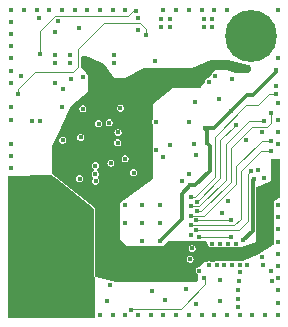
<source format=gbr>
%TF.GenerationSoftware,KiCad,Pcbnew,9.0.6-rc1*%
%TF.CreationDate,2025-12-21T23:59:12+01:00*%
%TF.ProjectId,PCB_PAPI,5043425f-5041-4504-992e-6b696361645f,rev?*%
%TF.SameCoordinates,Original*%
%TF.FileFunction,Copper,L3,Inr*%
%TF.FilePolarity,Positive*%
%FSLAX46Y46*%
G04 Gerber Fmt 4.6, Leading zero omitted, Abs format (unit mm)*
G04 Created by KiCad (PCBNEW 9.0.6-rc1) date 2025-12-21 23:59:12*
%MOMM*%
%LPD*%
G01*
G04 APERTURE LIST*
%TA.AperFunction,ComponentPad*%
%ADD10C,0.700000*%
%TD*%
%TA.AperFunction,ComponentPad*%
%ADD11C,4.400000*%
%TD*%
%TA.AperFunction,ViaPad*%
%ADD12C,0.400000*%
%TD*%
%TA.AperFunction,Conductor*%
%ADD13C,0.300000*%
%TD*%
%TA.AperFunction,Conductor*%
%ADD14C,0.120000*%
%TD*%
G04 APERTURE END LIST*
D10*
%TO.N,GND*%
%TO.C,H2*%
X156650000Y-86125000D03*
X157133274Y-84958274D03*
X157133274Y-87291726D03*
X158300000Y-84475000D03*
D11*
X158300000Y-86125000D03*
D10*
X158300000Y-87775000D03*
X159466726Y-84958274D03*
X159466726Y-87291726D03*
X159950000Y-86125000D03*
%TD*%
%TO.N,GND*%
%TO.C,H1*%
X174675000Y-64650000D03*
X175158274Y-63483274D03*
X175158274Y-65816726D03*
X176325000Y-63000000D03*
D11*
X176325000Y-64650000D03*
D10*
X176325000Y-66300000D03*
X177491726Y-63483274D03*
X177491726Y-65816726D03*
X177975000Y-64650000D03*
%TD*%
D12*
%TO.N,+3.3V*%
X178150000Y-78125000D03*
%TO.N,GND*%
X163150000Y-76950000D03*
X162075000Y-70825000D03*
X162100000Y-68150000D03*
X163400000Y-72075000D03*
X168225000Y-66750000D03*
X171325000Y-82650000D03*
X160375000Y-73475000D03*
X161800000Y-76750000D03*
X178415000Y-67505000D03*
X164450000Y-75425000D03*
X165650000Y-75050000D03*
X170800000Y-86107500D03*
X173650000Y-87075000D03*
X173675000Y-85325000D03*
X173875000Y-79650000D03*
X176575000Y-76750000D03*
X177425000Y-76650000D03*
X176925000Y-76025000D03*
X175900000Y-73500000D03*
X173575000Y-69975000D03*
X161900000Y-73247000D03*
X160375000Y-69125000D03*
X158950000Y-79500000D03*
X159000000Y-78025000D03*
X157825000Y-77175000D03*
X157625000Y-81000000D03*
X162225000Y-82475000D03*
X162700000Y-79600000D03*
X160325000Y-81175000D03*
X160775000Y-83600000D03*
X162500000Y-86550000D03*
X164150000Y-87075000D03*
X171650000Y-87375000D03*
X169050000Y-87000000D03*
X167950000Y-86250000D03*
X164375000Y-85775000D03*
X171450000Y-73800000D03*
X169425000Y-73925000D03*
X168250000Y-71900000D03*
X168300000Y-74325000D03*
X167120000Y-81980000D03*
X168620000Y-80480000D03*
X167120000Y-80480000D03*
X165620000Y-80480000D03*
X168620000Y-78980000D03*
X167120000Y-78980000D03*
X165620000Y-78980000D03*
X168620000Y-81980000D03*
X171175000Y-77275000D03*
X171100000Y-76375000D03*
X172800000Y-75225000D03*
X177200000Y-72775000D03*
X174700000Y-68300000D03*
X176175000Y-69650000D03*
X174600000Y-71050000D03*
X171575000Y-70275000D03*
X171050000Y-71900000D03*
X172375000Y-72492000D03*
X172600000Y-73742000D03*
X171675000Y-74717000D03*
X161075000Y-68275000D03*
X160350000Y-70650000D03*
X159750000Y-68625000D03*
X156850000Y-68075000D03*
X158350000Y-63100000D03*
X161750000Y-64025000D03*
X160000000Y-63400000D03*
X166725000Y-64150000D03*
X166750000Y-63175000D03*
X172325000Y-63900000D03*
X173025000Y-63200000D03*
X172325000Y-63200000D03*
X168725000Y-63900000D03*
X169425000Y-63200000D03*
X168725000Y-63200000D03*
X169425000Y-63900000D03*
X173025000Y-63900000D03*
X178575000Y-66561000D03*
X178575000Y-71731000D03*
X178575000Y-72765000D03*
X178575000Y-73799000D03*
X178575000Y-78969000D03*
X178575000Y-80003000D03*
X178575000Y-81037000D03*
X178575000Y-82071000D03*
X178575000Y-83105000D03*
X178575000Y-84139000D03*
X178575000Y-85173000D03*
X178575000Y-86207000D03*
X178575000Y-87241000D03*
X178575000Y-88275000D03*
X156000000Y-63459000D03*
X156000000Y-64493000D03*
X156000000Y-65527000D03*
X156000000Y-66561000D03*
X156000000Y-67595000D03*
X156000000Y-68629000D03*
X156000000Y-70697000D03*
X156000000Y-71731000D03*
X156000000Y-73799000D03*
X156000000Y-74833000D03*
X156000000Y-75867000D03*
X156000000Y-76901000D03*
X156000000Y-77935000D03*
X156000000Y-78969000D03*
X156000000Y-80003000D03*
X156000000Y-81037000D03*
X156000000Y-82071000D03*
X156000000Y-83105000D03*
X156000000Y-84139000D03*
X156000000Y-88275000D03*
X156000000Y-62425000D03*
X174275000Y-62425000D03*
X173200000Y-62425000D03*
X172125000Y-62425000D03*
X171050000Y-62425000D03*
X169975000Y-62425000D03*
X168900000Y-62425000D03*
X165675000Y-62425000D03*
X164600000Y-62425000D03*
X163525000Y-62425000D03*
X162450000Y-62425000D03*
X161375000Y-62425000D03*
X160300000Y-62425000D03*
X159225000Y-62425000D03*
X158150000Y-62425000D03*
X157075000Y-62425000D03*
X178575000Y-62425000D03*
X177500000Y-88275000D03*
X176425000Y-88275000D03*
X175350000Y-88275000D03*
X174275000Y-88275000D03*
X173200000Y-88275000D03*
X172125000Y-88275000D03*
X171050000Y-88275000D03*
X169975000Y-88275000D03*
X168900000Y-88275000D03*
X167825000Y-88275000D03*
X166750000Y-88275000D03*
X165675000Y-88275000D03*
X164600000Y-88275000D03*
X163525000Y-88275000D03*
X162450000Y-88275000D03*
X161375000Y-88275000D03*
X160300000Y-88275000D03*
%TO.N,Net-(U5-GPIO17)*%
X159725000Y-64310000D03*
X166375000Y-76225000D03*
%TO.N,GND*%
X165050000Y-72825000D03*
X164300000Y-72000000D03*
%TO.N,/LED_TIM*%
X165025000Y-73700000D03*
%TO.N,LDO_IN*%
X159725000Y-66275000D03*
X159725000Y-66975000D03*
%TO.N,GND*%
X158450000Y-71850000D03*
X177300000Y-84030000D03*
X173400000Y-84030000D03*
X175225000Y-86200000D03*
X172750000Y-84030000D03*
X174050000Y-84030000D03*
X175320000Y-85370000D03*
X164725000Y-66275000D03*
X164725000Y-66975000D03*
X178050000Y-85380000D03*
X178040000Y-84570000D03*
X172970000Y-82260000D03*
X174370000Y-82260000D03*
X175225000Y-86900000D03*
X157750000Y-71850000D03*
X175225000Y-87600000D03*
X173670000Y-82260000D03*
X165250000Y-70767000D03*
X175660000Y-81930000D03*
X171160000Y-83540000D03*
X175350000Y-84030000D03*
X175070000Y-82260000D03*
X168825000Y-74875000D03*
X175340000Y-84650000D03*
X174700000Y-84030000D03*
X177220000Y-83350000D03*
X176000000Y-84030000D03*
X171925000Y-84525000D03*
%TO.N,+3.3V*%
X175375000Y-67475000D03*
X176025000Y-67325000D03*
X159800000Y-74875000D03*
X178500000Y-75360000D03*
X164650000Y-68550000D03*
X165350000Y-68550000D03*
X166975000Y-76200000D03*
X177575000Y-77900000D03*
X160500000Y-74875000D03*
X159800000Y-74175000D03*
X166607500Y-75625000D03*
X171542500Y-85150000D03*
X167450000Y-70767000D03*
X167150000Y-68575000D03*
X178050000Y-77500000D03*
X170800000Y-85125000D03*
X165550000Y-84850000D03*
X164900000Y-85050000D03*
X174325000Y-78657500D03*
X164650000Y-69250000D03*
X168550000Y-68230000D03*
X165350000Y-69250000D03*
X160500000Y-74175000D03*
X162225000Y-66625000D03*
%TO.N,/HP+*%
X173275000Y-68050000D03*
%TO.N,/HP-*%
X172725000Y-68525000D03*
%TO.N,/D+*%
X163130000Y-76350000D03*
%TO.N,/D-*%
X163135000Y-75650000D03*
%TO.N,/max_bit_clk*%
X177375000Y-71825000D03*
X171225000Y-79075000D03*
%TO.N,/max_data*%
X178025000Y-71150000D03*
X171700000Y-79500000D03*
%TO.N,/max_frame_clk*%
X175000000Y-72225000D03*
X171700000Y-78700000D03*
%TO.N,VUSB*%
X158475000Y-66225000D03*
X166592500Y-62525000D03*
%TO.N,/mic_data*%
X177975000Y-74425000D03*
X171225000Y-80680000D03*
%TO.N,/mic_frame_sck*%
X178025000Y-73525000D03*
X171225000Y-79880000D03*
%TO.N,/mic_sck*%
X176275000Y-76125000D03*
X171650000Y-81075000D03*
%TO.N,Net-(IC6-~{SD_MODE})*%
X178425000Y-68925000D03*
%TO.N,/max_gpio*%
X178425000Y-69570000D03*
X171200000Y-78275000D03*
%TO.N,Net-(IC6-GAIN_SLOT)*%
X178600000Y-70325000D03*
%TO.N,/MAIN_BTN*%
X170500000Y-76900000D03*
%TO.N,BAT+*%
X160975000Y-66275000D03*
X160975000Y-66975000D03*
%TO.N,Net-(IC5-~{CHRG})*%
X156625000Y-69550000D03*
X167450000Y-64617500D03*
%TO.N,Net-(U5-GPIO0)*%
X171225000Y-81480000D03*
X172357500Y-85150000D03*
X166175000Y-87850000D03*
%TO.N,RESET*%
X171875000Y-81675000D03*
X174635000Y-81650000D03*
%TO.N,Net-(U5-GPIO3)*%
X171675000Y-80275000D03*
X174635000Y-80225000D03*
%TD*%
D13*
%TO.N,GND*%
X178415000Y-67735000D02*
X178415000Y-67505000D01*
X176500000Y-69650000D02*
X178415000Y-67735000D01*
X176175000Y-69650000D02*
X176500000Y-69650000D01*
X176000000Y-69650000D02*
X176175000Y-69650000D01*
X174600000Y-71050000D02*
X176000000Y-69650000D01*
X173158000Y-72492000D02*
X174600000Y-71050000D01*
X172375000Y-72492000D02*
X173158000Y-72492000D01*
X172600000Y-72717000D02*
X172375000Y-72492000D01*
X172600000Y-73742000D02*
X172600000Y-72717000D01*
X172800000Y-73942000D02*
X172600000Y-73742000D01*
X172800000Y-75225000D02*
X172800000Y-73942000D01*
X172800000Y-76050000D02*
X172800000Y-75225000D01*
X171575000Y-77275000D02*
X172800000Y-76050000D01*
X171175000Y-77275000D02*
X171575000Y-77275000D01*
X168620000Y-81980000D02*
X170450000Y-80150000D01*
X170450000Y-80150000D02*
X170450000Y-78000000D01*
X170450000Y-78000000D02*
X171175000Y-77275000D01*
X176450000Y-81140000D02*
X175660000Y-81930000D01*
X176450000Y-76875000D02*
X176450000Y-81140000D01*
X176575000Y-76750000D02*
X176450000Y-76875000D01*
D14*
%TO.N,Net-(U5-GPIO0)*%
X172450000Y-85242500D02*
X172357500Y-85150000D01*
X170350000Y-87800000D02*
X172450000Y-85700000D01*
X166175000Y-87850000D02*
X166225000Y-87800000D01*
X166225000Y-87800000D02*
X170350000Y-87800000D01*
X172450000Y-85700000D02*
X172450000Y-85242500D01*
%TO.N,Net-(IC5-~{CHRG})*%
X167450000Y-64100000D02*
X167450000Y-64617500D01*
X163875000Y-63600000D02*
X166950000Y-63600000D01*
X161675000Y-67300000D02*
X161675000Y-65800000D01*
X161275000Y-67700000D02*
X161675000Y-67300000D01*
X158050000Y-67700000D02*
X161275000Y-67700000D01*
X161675000Y-65800000D02*
X163875000Y-63600000D01*
X156625000Y-69125000D02*
X158050000Y-67700000D01*
X166950000Y-63600000D02*
X167450000Y-64100000D01*
X156625000Y-69550000D02*
X156625000Y-69125000D01*
%TO.N,RESET*%
X171875000Y-81675000D02*
X171900000Y-81650000D01*
X171900000Y-81650000D02*
X174635000Y-81650000D01*
%TO.N,/max_gpio*%
X173250000Y-76600000D02*
X171575000Y-78275000D01*
X175925000Y-70500000D02*
X173250000Y-73175000D01*
X176925000Y-70500000D02*
X175925000Y-70500000D01*
X173250000Y-73175000D02*
X173250000Y-76600000D01*
X177855000Y-69570000D02*
X176925000Y-70500000D01*
X171575000Y-78275000D02*
X171200000Y-78275000D01*
X178425000Y-69570000D02*
X177855000Y-69570000D01*
%TO.N,VUSB*%
X165925000Y-62950000D02*
X159750000Y-62950000D01*
X158475000Y-64225000D02*
X158475000Y-66225000D01*
X166350000Y-62525000D02*
X165925000Y-62950000D01*
X166592500Y-62525000D02*
X166350000Y-62525000D01*
X159750000Y-62950000D02*
X158475000Y-64225000D01*
%TO.N,/max_data*%
X172100000Y-79500000D02*
X171700000Y-79500000D01*
X174600000Y-77000000D02*
X172100000Y-79500000D01*
X174600000Y-74175000D02*
X174600000Y-77000000D01*
X177675000Y-72375000D02*
X176400000Y-72375000D01*
X178025000Y-72025000D02*
X177675000Y-72375000D01*
X178025000Y-71150000D02*
X178025000Y-72025000D01*
X176400000Y-72375000D02*
X174600000Y-74175000D01*
%TO.N,/max_bit_clk*%
X174200000Y-76825000D02*
X171950000Y-79075000D01*
X174200000Y-73775000D02*
X174200000Y-76825000D01*
X176150000Y-71825000D02*
X174200000Y-73775000D01*
X177375000Y-71825000D02*
X176150000Y-71825000D01*
X171950000Y-79075000D02*
X171225000Y-79075000D01*
%TO.N,/max_frame_clk*%
X173725000Y-76675000D02*
X173725000Y-73500000D01*
X173725000Y-73500000D02*
X175000000Y-72225000D01*
X171700000Y-78700000D02*
X173725000Y-76675000D01*
%TO.N,VUSB*%
X166592500Y-62525000D02*
X166567500Y-62550000D01*
%TO.N,/mic_data*%
X174895000Y-80680000D02*
X175450000Y-80125000D01*
X177125000Y-74425000D02*
X177975000Y-74425000D01*
X175450000Y-80125000D02*
X175450000Y-76100000D01*
X175450000Y-76100000D02*
X177125000Y-74425000D01*
X171225000Y-80680000D02*
X174895000Y-80680000D01*
%TO.N,/mic_frame_sck*%
X177200000Y-73525000D02*
X175050000Y-75675000D01*
X175050000Y-77200000D02*
X172370000Y-79880000D01*
X175050000Y-75675000D02*
X175050000Y-77200000D01*
X172370000Y-79880000D02*
X171225000Y-79880000D01*
X178025000Y-73525000D02*
X177200000Y-73525000D01*
%TO.N,/mic_sck*%
X176025000Y-80350000D02*
X175300000Y-81075000D01*
X176025000Y-76375000D02*
X176025000Y-80350000D01*
X175300000Y-81075000D02*
X171650000Y-81075000D01*
X176275000Y-76125000D02*
X176025000Y-76375000D01*
%TO.N,Net-(U5-GPIO3)*%
X174585000Y-80275000D02*
X174635000Y-80225000D01*
X171675000Y-80275000D02*
X174585000Y-80275000D01*
%TD*%
%TA.AperFunction,Conductor*%
%TO.N,+3.3V*%
G36*
X162402301Y-66344685D02*
G01*
X162407335Y-66348097D01*
X162435390Y-66368136D01*
X162550000Y-66450000D01*
X162584842Y-66465204D01*
X163892500Y-67035818D01*
X163945088Y-67079219D01*
X164750000Y-68250000D01*
X164750000Y-68249999D01*
X164750001Y-68250000D01*
X164968750Y-68243750D01*
X165625000Y-68225000D01*
X167248276Y-67388767D01*
X167305063Y-67375000D01*
X171349998Y-67375000D01*
X171350000Y-67375000D01*
X172951514Y-66685116D01*
X173000571Y-66675000D01*
X174360160Y-66675000D01*
X174389424Y-66678503D01*
X176096126Y-67092987D01*
X176107983Y-67099062D01*
X176117766Y-67100415D01*
X176147559Y-67119336D01*
X176256698Y-67212884D01*
X176294788Y-67271459D01*
X176300000Y-67307032D01*
X176300000Y-67557145D01*
X176280315Y-67624184D01*
X176250289Y-67656428D01*
X176058033Y-67800283D01*
X175992563Y-67824686D01*
X175983744Y-67825000D01*
X175096704Y-67825000D01*
X175054588Y-67817629D01*
X174175000Y-67500000D01*
X173300000Y-67500000D01*
X172978648Y-67883150D01*
X172719493Y-68192142D01*
X172661330Y-68230858D01*
X172656580Y-68232232D01*
X172609015Y-68244977D01*
X172609004Y-68244982D01*
X172540495Y-68284535D01*
X172540487Y-68284541D01*
X172484541Y-68340487D01*
X172484535Y-68340495D01*
X172444982Y-68409004D01*
X172444979Y-68409009D01*
X172443109Y-68415989D01*
X172424749Y-68484511D01*
X172424500Y-68485439D01*
X172424500Y-68498748D01*
X172404815Y-68565787D01*
X172395508Y-68578432D01*
X172037168Y-69005684D01*
X171979005Y-69044399D01*
X171942160Y-69050000D01*
X169675000Y-69050000D01*
X168020522Y-70455973D01*
X168020522Y-71663241D01*
X168003910Y-71725240D01*
X167969979Y-71784010D01*
X167967040Y-71794979D01*
X167949500Y-71860438D01*
X167949500Y-71939562D01*
X167954713Y-71959015D01*
X167969979Y-72015990D01*
X167969980Y-72015991D01*
X168003909Y-72074758D01*
X168020522Y-72136758D01*
X168020522Y-74190658D01*
X168016297Y-74222751D01*
X167999500Y-74285437D01*
X167999500Y-74364564D01*
X168016296Y-74427244D01*
X168020522Y-74459339D01*
X168020522Y-76632492D01*
X168000837Y-76699531D01*
X167972132Y-76730772D01*
X165250001Y-78824998D01*
X165250000Y-78825000D01*
X165200000Y-81900000D01*
X165800000Y-82450000D01*
X168950000Y-82450000D01*
X169287765Y-82022163D01*
X169344755Y-81981743D01*
X169385090Y-81975000D01*
X171833572Y-81975000D01*
X171835438Y-81975500D01*
X171914562Y-81975500D01*
X171916428Y-81975000D01*
X172376389Y-81975000D01*
X172443428Y-81994685D01*
X172485248Y-82039622D01*
X172749999Y-82524999D01*
X172750000Y-82525000D01*
X172794399Y-82524918D01*
X172845791Y-82538639D01*
X172846507Y-82536912D01*
X172854004Y-82540017D01*
X172854011Y-82540021D01*
X172930438Y-82560500D01*
X172930440Y-82560500D01*
X173009560Y-82560500D01*
X173009562Y-82560500D01*
X173085989Y-82540021D01*
X173085996Y-82540016D01*
X173093495Y-82536911D01*
X173094074Y-82538310D01*
X173146263Y-82524268D01*
X173492170Y-82523630D01*
X173546043Y-82538014D01*
X173546501Y-82536910D01*
X173554009Y-82540020D01*
X173554011Y-82540021D01*
X173630438Y-82560500D01*
X173630440Y-82560500D01*
X173709560Y-82560500D01*
X173709562Y-82560500D01*
X173785989Y-82540021D01*
X173786733Y-82539591D01*
X173787569Y-82539366D01*
X173793497Y-82536911D01*
X173793817Y-82537685D01*
X173848508Y-82522973D01*
X174189941Y-82522343D01*
X174246308Y-82537392D01*
X174246507Y-82536912D01*
X174250126Y-82538411D01*
X174252166Y-82538956D01*
X174254011Y-82540021D01*
X174330438Y-82560500D01*
X174330440Y-82560500D01*
X174409560Y-82560500D01*
X174409562Y-82560500D01*
X174485989Y-82540021D01*
X174488979Y-82538294D01*
X174492339Y-82537390D01*
X174493497Y-82536911D01*
X174493559Y-82537062D01*
X174550752Y-82521677D01*
X174887710Y-82521055D01*
X174949936Y-82537668D01*
X174954011Y-82540021D01*
X175030438Y-82560500D01*
X175030440Y-82560500D01*
X175109560Y-82560500D01*
X175109562Y-82560500D01*
X175185989Y-82540021D01*
X175186731Y-82539593D01*
X175191227Y-82536997D01*
X175253000Y-82520381D01*
X175460000Y-82520000D01*
X176775000Y-82070000D01*
X176750453Y-77533803D01*
X176769774Y-77466660D01*
X176822330Y-77420620D01*
X176827562Y-77418341D01*
X177975000Y-76950000D01*
X177979649Y-76596666D01*
X177998390Y-75172369D01*
X178018955Y-75105594D01*
X178072356Y-75060538D01*
X178122379Y-75050000D01*
X178675063Y-75050000D01*
X178742102Y-75069685D01*
X178787857Y-75122489D01*
X178799059Y-75174934D01*
X178775542Y-78297587D01*
X178755354Y-78364476D01*
X178712201Y-78404806D01*
X178275000Y-78650000D01*
X178225952Y-82279511D01*
X178205363Y-82346278D01*
X178163941Y-82385235D01*
X176964036Y-83077670D01*
X176955800Y-83082019D01*
X175674408Y-83698261D01*
X175622920Y-83710492D01*
X174138033Y-83737489D01*
X174120561Y-83737806D01*
X174089562Y-83729500D01*
X174010438Y-83729500D01*
X173969169Y-83740558D01*
X173953985Y-83740834D01*
X173953985Y-83740835D01*
X173529339Y-83748557D01*
X173494991Y-83744352D01*
X173439562Y-83729500D01*
X173360438Y-83729500D01*
X173360437Y-83729500D01*
X173286510Y-83749309D01*
X173256671Y-83753514D01*
X172916425Y-83759700D01*
X172873954Y-83751652D01*
X172873839Y-83752083D01*
X172868073Y-83750538D01*
X172866722Y-83750282D01*
X172865996Y-83749981D01*
X172865989Y-83749979D01*
X172789562Y-83729500D01*
X172710438Y-83729500D01*
X172655011Y-83744352D01*
X172634003Y-83749981D01*
X172626498Y-83753090D01*
X172625989Y-83751861D01*
X172575425Y-83765901D01*
X172349999Y-83770000D01*
X171874679Y-84212412D01*
X171822296Y-84241418D01*
X171809014Y-84244977D01*
X171809007Y-84244980D01*
X171740492Y-84284537D01*
X171740487Y-84284541D01*
X171684541Y-84340487D01*
X171684535Y-84340495D01*
X171644982Y-84409004D01*
X171644979Y-84409009D01*
X171636809Y-84439500D01*
X171624500Y-84485438D01*
X171624500Y-84564562D01*
X171635314Y-84604920D01*
X171644979Y-84640990D01*
X171644982Y-84640995D01*
X171684535Y-84709504D01*
X171684539Y-84709509D01*
X171684540Y-84709511D01*
X171740489Y-84765460D01*
X171768422Y-84781587D01*
X171775024Y-84787416D01*
X171780216Y-84789322D01*
X171805302Y-84814149D01*
X171814410Y-84826185D01*
X171839166Y-84891521D01*
X171839522Y-84902405D01*
X171834741Y-85327395D01*
X171814304Y-85394209D01*
X171760988Y-85439367D01*
X171710749Y-85450000D01*
X164915266Y-85450000D01*
X164885192Y-85446298D01*
X163193926Y-85023481D01*
X163133662Y-84988124D01*
X163102080Y-84925800D01*
X163100000Y-84903183D01*
X163100000Y-83500438D01*
X170859500Y-83500438D01*
X170859500Y-83579562D01*
X170873021Y-83630021D01*
X170879979Y-83655990D01*
X170879982Y-83655995D01*
X170919535Y-83724504D01*
X170919539Y-83724509D01*
X170919540Y-83724511D01*
X170975489Y-83780460D01*
X170975491Y-83780461D01*
X170975495Y-83780464D01*
X171044004Y-83820017D01*
X171044011Y-83820021D01*
X171120438Y-83840500D01*
X171120440Y-83840500D01*
X171199560Y-83840500D01*
X171199562Y-83840500D01*
X171275989Y-83820021D01*
X171344511Y-83780460D01*
X171400460Y-83724511D01*
X171440021Y-83655989D01*
X171460500Y-83579562D01*
X171460500Y-83500438D01*
X171440021Y-83424011D01*
X171420132Y-83389562D01*
X171400464Y-83355495D01*
X171400458Y-83355487D01*
X171344512Y-83299541D01*
X171344504Y-83299535D01*
X171275995Y-83259982D01*
X171275990Y-83259979D01*
X171250513Y-83253152D01*
X171199562Y-83239500D01*
X171120438Y-83239500D01*
X171082224Y-83249739D01*
X171044009Y-83259979D01*
X171044004Y-83259982D01*
X170975495Y-83299535D01*
X170975487Y-83299541D01*
X170919541Y-83355487D01*
X170919535Y-83355495D01*
X170879982Y-83424004D01*
X170879979Y-83424009D01*
X170868731Y-83465989D01*
X170859500Y-83500438D01*
X163100000Y-83500438D01*
X163100000Y-82610438D01*
X171024500Y-82610438D01*
X171024500Y-82689562D01*
X171038152Y-82740513D01*
X171044979Y-82765990D01*
X171044982Y-82765995D01*
X171084535Y-82834504D01*
X171084539Y-82834509D01*
X171084540Y-82834511D01*
X171140489Y-82890460D01*
X171140491Y-82890461D01*
X171140495Y-82890464D01*
X171192501Y-82920489D01*
X171209011Y-82930021D01*
X171285438Y-82950500D01*
X171285440Y-82950500D01*
X171364560Y-82950500D01*
X171364562Y-82950500D01*
X171440989Y-82930021D01*
X171509511Y-82890460D01*
X171565460Y-82834511D01*
X171605021Y-82765989D01*
X171625500Y-82689562D01*
X171625500Y-82610438D01*
X171605021Y-82534011D01*
X171593792Y-82514562D01*
X171565464Y-82465495D01*
X171565458Y-82465487D01*
X171509512Y-82409541D01*
X171509504Y-82409535D01*
X171440995Y-82369982D01*
X171440990Y-82369979D01*
X171415513Y-82363152D01*
X171364562Y-82349500D01*
X171285438Y-82349500D01*
X171249943Y-82359011D01*
X171209009Y-82369979D01*
X171209004Y-82369982D01*
X171140495Y-82409535D01*
X171140487Y-82409541D01*
X171084541Y-82465487D01*
X171084535Y-82465495D01*
X171044982Y-82534004D01*
X171044979Y-82534009D01*
X171037881Y-82560500D01*
X171024500Y-82610438D01*
X163100000Y-82610438D01*
X163100000Y-79200001D01*
X163100000Y-79200000D01*
X160257895Y-76950000D01*
X160067830Y-76799532D01*
X159955290Y-76710438D01*
X161499500Y-76710438D01*
X161499500Y-76789562D01*
X161511410Y-76834009D01*
X161519979Y-76865990D01*
X161519982Y-76865995D01*
X161559535Y-76934504D01*
X161559539Y-76934509D01*
X161559540Y-76934511D01*
X161615489Y-76990460D01*
X161615491Y-76990461D01*
X161615495Y-76990464D01*
X161684004Y-77030017D01*
X161684011Y-77030021D01*
X161760438Y-77050500D01*
X161760440Y-77050500D01*
X161839560Y-77050500D01*
X161839562Y-77050500D01*
X161915989Y-77030021D01*
X161984511Y-76990460D01*
X162040460Y-76934511D01*
X162080021Y-76865989D01*
X162100500Y-76789562D01*
X162100500Y-76710438D01*
X162080021Y-76634011D01*
X162054877Y-76590460D01*
X162040464Y-76565495D01*
X162040458Y-76565487D01*
X161984512Y-76509541D01*
X161984504Y-76509535D01*
X161915995Y-76469982D01*
X161915990Y-76469979D01*
X161890513Y-76463152D01*
X161839562Y-76449500D01*
X161760438Y-76449500D01*
X161722224Y-76459739D01*
X161684009Y-76469979D01*
X161684004Y-76469982D01*
X161615495Y-76509535D01*
X161615487Y-76509541D01*
X161559541Y-76565487D01*
X161559535Y-76565495D01*
X161519982Y-76634004D01*
X161519979Y-76634009D01*
X161514349Y-76655021D01*
X161499500Y-76710438D01*
X159955290Y-76710438D01*
X159562567Y-76399532D01*
X159562566Y-76399531D01*
X159547032Y-76387233D01*
X159506689Y-76330187D01*
X159503401Y-76310438D01*
X162829500Y-76310438D01*
X162829500Y-76389562D01*
X162836199Y-76414562D01*
X162849979Y-76465990D01*
X162849982Y-76465995D01*
X162889535Y-76534504D01*
X162889541Y-76534512D01*
X162927348Y-76572319D01*
X162960833Y-76633642D01*
X162955849Y-76703334D01*
X162927348Y-76747681D01*
X162909541Y-76765487D01*
X162909535Y-76765495D01*
X162869982Y-76834004D01*
X162869979Y-76834009D01*
X162861410Y-76865989D01*
X162849500Y-76910438D01*
X162849500Y-76989562D01*
X162858862Y-77024500D01*
X162869979Y-77065990D01*
X162869982Y-77065995D01*
X162909535Y-77134504D01*
X162909539Y-77134509D01*
X162909540Y-77134511D01*
X162965489Y-77190460D01*
X162965491Y-77190461D01*
X162965495Y-77190464D01*
X163034004Y-77230017D01*
X163034011Y-77230021D01*
X163110438Y-77250500D01*
X163110440Y-77250500D01*
X163189560Y-77250500D01*
X163189562Y-77250500D01*
X163265989Y-77230021D01*
X163334511Y-77190460D01*
X163390460Y-77134511D01*
X163430021Y-77065989D01*
X163450500Y-76989562D01*
X163450500Y-76910438D01*
X163430021Y-76834011D01*
X163406386Y-76793074D01*
X163390464Y-76765495D01*
X163390458Y-76765487D01*
X163352652Y-76727681D01*
X163319167Y-76666358D01*
X163324151Y-76596666D01*
X163352652Y-76552319D01*
X163370460Y-76534511D01*
X163410021Y-76465989D01*
X163430500Y-76389562D01*
X163430500Y-76310438D01*
X163410021Y-76234011D01*
X163381978Y-76185438D01*
X166074500Y-76185438D01*
X166074500Y-76264562D01*
X166085341Y-76305021D01*
X166094979Y-76340990D01*
X166094982Y-76340995D01*
X166134535Y-76409504D01*
X166134539Y-76409509D01*
X166134540Y-76409511D01*
X166190489Y-76465460D01*
X166190491Y-76465461D01*
X166190495Y-76465464D01*
X166259004Y-76505017D01*
X166259011Y-76505021D01*
X166335438Y-76525500D01*
X166335440Y-76525500D01*
X166414560Y-76525500D01*
X166414562Y-76525500D01*
X166490989Y-76505021D01*
X166559511Y-76465460D01*
X166615460Y-76409511D01*
X166655021Y-76340989D01*
X166675500Y-76264562D01*
X166675500Y-76185438D01*
X166655021Y-76109011D01*
X166631348Y-76068008D01*
X166615464Y-76040495D01*
X166615458Y-76040487D01*
X166559512Y-75984541D01*
X166559504Y-75984535D01*
X166490995Y-75944982D01*
X166490990Y-75944979D01*
X166462294Y-75937290D01*
X166414562Y-75924500D01*
X166335438Y-75924500D01*
X166297224Y-75934739D01*
X166259009Y-75944979D01*
X166259004Y-75944982D01*
X166190495Y-75984535D01*
X166190487Y-75984541D01*
X166134541Y-76040487D01*
X166134535Y-76040495D01*
X166094982Y-76109004D01*
X166094979Y-76109009D01*
X166088839Y-76131925D01*
X166074500Y-76185438D01*
X163381978Y-76185438D01*
X163370460Y-76165489D01*
X163314511Y-76109540D01*
X163293903Y-76097642D01*
X163279657Y-76080385D01*
X163274358Y-76068008D01*
X163265066Y-76058263D01*
X163260874Y-76036514D01*
X163252158Y-76016155D01*
X163254391Y-76002876D01*
X163251844Y-75989656D01*
X163260075Y-75969095D01*
X163263750Y-75947253D01*
X163272808Y-75937290D01*
X163277812Y-75924791D01*
X163307788Y-75898816D01*
X163310752Y-75895557D01*
X163311907Y-75895247D01*
X163313282Y-75894055D01*
X163319511Y-75890460D01*
X163375460Y-75834511D01*
X163415021Y-75765989D01*
X163435500Y-75689562D01*
X163435500Y-75610438D01*
X163415021Y-75534011D01*
X163415017Y-75534004D01*
X163375464Y-75465495D01*
X163375458Y-75465487D01*
X163319512Y-75409541D01*
X163319504Y-75409535D01*
X163277766Y-75385438D01*
X164149500Y-75385438D01*
X164149500Y-75464562D01*
X164163152Y-75515513D01*
X164169979Y-75540990D01*
X164169982Y-75540995D01*
X164209535Y-75609504D01*
X164209539Y-75609509D01*
X164209540Y-75609511D01*
X164265489Y-75665460D01*
X164265491Y-75665461D01*
X164265495Y-75665464D01*
X164307235Y-75689562D01*
X164334011Y-75705021D01*
X164410438Y-75725500D01*
X164410440Y-75725500D01*
X164489560Y-75725500D01*
X164489562Y-75725500D01*
X164565989Y-75705021D01*
X164634511Y-75665460D01*
X164690460Y-75609511D01*
X164730021Y-75540989D01*
X164750500Y-75464562D01*
X164750500Y-75385438D01*
X164730021Y-75309011D01*
X164719311Y-75290460D01*
X164690464Y-75240495D01*
X164690458Y-75240487D01*
X164634512Y-75184541D01*
X164634504Y-75184535D01*
X164565995Y-75144982D01*
X164565990Y-75144979D01*
X164540513Y-75138152D01*
X164489562Y-75124500D01*
X164410438Y-75124500D01*
X164372224Y-75134739D01*
X164334009Y-75144979D01*
X164334004Y-75144982D01*
X164265495Y-75184535D01*
X164265487Y-75184541D01*
X164209541Y-75240487D01*
X164209535Y-75240495D01*
X164169982Y-75309004D01*
X164169979Y-75309009D01*
X164164349Y-75330021D01*
X164149500Y-75385438D01*
X163277766Y-75385438D01*
X163250995Y-75369982D01*
X163250990Y-75369979D01*
X163225513Y-75363152D01*
X163174562Y-75349500D01*
X163095438Y-75349500D01*
X163057224Y-75359739D01*
X163019009Y-75369979D01*
X163019004Y-75369982D01*
X162950495Y-75409535D01*
X162950487Y-75409541D01*
X162894541Y-75465487D01*
X162894535Y-75465495D01*
X162854982Y-75534004D01*
X162854979Y-75534009D01*
X162841562Y-75584084D01*
X162834500Y-75610438D01*
X162834500Y-75689562D01*
X162843862Y-75724500D01*
X162854979Y-75765990D01*
X162854982Y-75765995D01*
X162894535Y-75834504D01*
X162894539Y-75834509D01*
X162894540Y-75834511D01*
X162950489Y-75890460D01*
X162950490Y-75890461D01*
X162950492Y-75890462D01*
X162951713Y-75891167D01*
X162952537Y-75892031D01*
X162956940Y-75895410D01*
X162956413Y-75896096D01*
X162999931Y-75941732D01*
X163013156Y-76010339D01*
X162987190Y-76075204D01*
X162951722Y-76105940D01*
X162945495Y-76109535D01*
X162945487Y-76109541D01*
X162889541Y-76165487D01*
X162889535Y-76165495D01*
X162849982Y-76234004D01*
X162849979Y-76234009D01*
X162841552Y-76265460D01*
X162829500Y-76310438D01*
X159503401Y-76310438D01*
X159500000Y-76290012D01*
X159500000Y-75010438D01*
X165349500Y-75010438D01*
X165349500Y-75089562D01*
X165358323Y-75122489D01*
X165369979Y-75165990D01*
X165369982Y-75165995D01*
X165409535Y-75234504D01*
X165409539Y-75234509D01*
X165409540Y-75234511D01*
X165465489Y-75290460D01*
X165465491Y-75290461D01*
X165465495Y-75290464D01*
X165497620Y-75309011D01*
X165534011Y-75330021D01*
X165610438Y-75350500D01*
X165610440Y-75350500D01*
X165689560Y-75350500D01*
X165689562Y-75350500D01*
X165765989Y-75330021D01*
X165834511Y-75290460D01*
X165890460Y-75234511D01*
X165930021Y-75165989D01*
X165950500Y-75089562D01*
X165950500Y-75010438D01*
X165930021Y-74934011D01*
X165911257Y-74901511D01*
X165890464Y-74865495D01*
X165890458Y-74865487D01*
X165834512Y-74809541D01*
X165834504Y-74809535D01*
X165765995Y-74769982D01*
X165765990Y-74769979D01*
X165740513Y-74763152D01*
X165689562Y-74749500D01*
X165610438Y-74749500D01*
X165584083Y-74756562D01*
X165534009Y-74769979D01*
X165534004Y-74769982D01*
X165465495Y-74809535D01*
X165465487Y-74809541D01*
X165409541Y-74865487D01*
X165409535Y-74865495D01*
X165369982Y-74934004D01*
X165369979Y-74934009D01*
X165356326Y-74984962D01*
X165349500Y-75010438D01*
X159500000Y-75010438D01*
X159500000Y-73903091D01*
X159512107Y-73849650D01*
X159528184Y-73815990D01*
X159709940Y-73435438D01*
X160074500Y-73435438D01*
X160074500Y-73514562D01*
X160079316Y-73532535D01*
X160094979Y-73590990D01*
X160094982Y-73590995D01*
X160134535Y-73659504D01*
X160134539Y-73659509D01*
X160134540Y-73659511D01*
X160190489Y-73715460D01*
X160190491Y-73715461D01*
X160190495Y-73715464D01*
X160259004Y-73755017D01*
X160259011Y-73755021D01*
X160335438Y-73775500D01*
X160335440Y-73775500D01*
X160414560Y-73775500D01*
X160414562Y-73775500D01*
X160490989Y-73755021D01*
X160559511Y-73715460D01*
X160614533Y-73660438D01*
X164724500Y-73660438D01*
X164724500Y-73739562D01*
X164734130Y-73775500D01*
X164744979Y-73815990D01*
X164744982Y-73815995D01*
X164784535Y-73884504D01*
X164784539Y-73884509D01*
X164784540Y-73884511D01*
X164840489Y-73940460D01*
X164840491Y-73940461D01*
X164840495Y-73940464D01*
X164882235Y-73964562D01*
X164909011Y-73980021D01*
X164985438Y-74000500D01*
X164985440Y-74000500D01*
X165064560Y-74000500D01*
X165064562Y-74000500D01*
X165140989Y-73980021D01*
X165209511Y-73940460D01*
X165265460Y-73884511D01*
X165305021Y-73815989D01*
X165325500Y-73739562D01*
X165325500Y-73660438D01*
X165305021Y-73584011D01*
X165290893Y-73559540D01*
X165265464Y-73515495D01*
X165265458Y-73515487D01*
X165209512Y-73459541D01*
X165209504Y-73459535D01*
X165140995Y-73419982D01*
X165140990Y-73419979D01*
X165100329Y-73409084D01*
X165064562Y-73399500D01*
X164985438Y-73399500D01*
X164949943Y-73409011D01*
X164909009Y-73419979D01*
X164909004Y-73419982D01*
X164840495Y-73459535D01*
X164840487Y-73459541D01*
X164784541Y-73515487D01*
X164784535Y-73515495D01*
X164744982Y-73584004D01*
X164744979Y-73584009D01*
X164736812Y-73614489D01*
X164724500Y-73660438D01*
X160614533Y-73660438D01*
X160615460Y-73659511D01*
X160655021Y-73590989D01*
X160675500Y-73514562D01*
X160675500Y-73435438D01*
X160655021Y-73359011D01*
X160655017Y-73359004D01*
X160615464Y-73290495D01*
X160615458Y-73290487D01*
X160559512Y-73234541D01*
X160559504Y-73234535D01*
X160512570Y-73207438D01*
X161599500Y-73207438D01*
X161599500Y-73286562D01*
X161600554Y-73290495D01*
X161619979Y-73362990D01*
X161619982Y-73362995D01*
X161659535Y-73431504D01*
X161659539Y-73431509D01*
X161659540Y-73431511D01*
X161715489Y-73487460D01*
X161715491Y-73487461D01*
X161715495Y-73487464D01*
X161762431Y-73514562D01*
X161784011Y-73527021D01*
X161860438Y-73547500D01*
X161860440Y-73547500D01*
X161939560Y-73547500D01*
X161939562Y-73547500D01*
X162015989Y-73527021D01*
X162084511Y-73487460D01*
X162140460Y-73431511D01*
X162180021Y-73362989D01*
X162200500Y-73286562D01*
X162200500Y-73207438D01*
X162180021Y-73131011D01*
X162165015Y-73105020D01*
X162140464Y-73062495D01*
X162140458Y-73062487D01*
X162084512Y-73006541D01*
X162084504Y-73006535D01*
X162015995Y-72966982D01*
X162015990Y-72966979D01*
X161988119Y-72959511D01*
X161939562Y-72946500D01*
X161860438Y-72946500D01*
X161822224Y-72956739D01*
X161784009Y-72966979D01*
X161784004Y-72966982D01*
X161715495Y-73006535D01*
X161715487Y-73006541D01*
X161659541Y-73062487D01*
X161659535Y-73062495D01*
X161619982Y-73131004D01*
X161619979Y-73131009D01*
X161616746Y-73143075D01*
X161599500Y-73207438D01*
X160512570Y-73207438D01*
X160490995Y-73194982D01*
X160490990Y-73194979D01*
X160465513Y-73188152D01*
X160414562Y-73174500D01*
X160335438Y-73174500D01*
X160297224Y-73184739D01*
X160259009Y-73194979D01*
X160259004Y-73194982D01*
X160190495Y-73234535D01*
X160190487Y-73234541D01*
X160134541Y-73290487D01*
X160134535Y-73290495D01*
X160094982Y-73359004D01*
X160094979Y-73359009D01*
X160084130Y-73399500D01*
X160074500Y-73435438D01*
X159709940Y-73435438D01*
X160020387Y-72785438D01*
X164749500Y-72785438D01*
X164749500Y-72864562D01*
X164763152Y-72915513D01*
X164769979Y-72940990D01*
X164769982Y-72940995D01*
X164809535Y-73009504D01*
X164809539Y-73009509D01*
X164809540Y-73009511D01*
X164865489Y-73065460D01*
X164865491Y-73065461D01*
X164865495Y-73065464D01*
X164934004Y-73105017D01*
X164934011Y-73105021D01*
X165010438Y-73125500D01*
X165010440Y-73125500D01*
X165089560Y-73125500D01*
X165089562Y-73125500D01*
X165165989Y-73105021D01*
X165234511Y-73065460D01*
X165290460Y-73009511D01*
X165330021Y-72940989D01*
X165350500Y-72864562D01*
X165350500Y-72785438D01*
X165330021Y-72709011D01*
X165301154Y-72659011D01*
X165290464Y-72640495D01*
X165290458Y-72640487D01*
X165234512Y-72584541D01*
X165234504Y-72584535D01*
X165165995Y-72544982D01*
X165165990Y-72544979D01*
X165140513Y-72538152D01*
X165089562Y-72524500D01*
X165010438Y-72524500D01*
X164984083Y-72531562D01*
X164934009Y-72544979D01*
X164934004Y-72544982D01*
X164865495Y-72584535D01*
X164865487Y-72584541D01*
X164809541Y-72640487D01*
X164809535Y-72640495D01*
X164769982Y-72709004D01*
X164769979Y-72709009D01*
X164761005Y-72742500D01*
X164749500Y-72785438D01*
X160020387Y-72785438D01*
X160378596Y-72035438D01*
X163099500Y-72035438D01*
X163099500Y-72114562D01*
X163113152Y-72165513D01*
X163119979Y-72190990D01*
X163119982Y-72190995D01*
X163159535Y-72259504D01*
X163159539Y-72259509D01*
X163159540Y-72259511D01*
X163215489Y-72315460D01*
X163215491Y-72315461D01*
X163215495Y-72315464D01*
X163284004Y-72355017D01*
X163284011Y-72355021D01*
X163360438Y-72375500D01*
X163360440Y-72375500D01*
X163439560Y-72375500D01*
X163439562Y-72375500D01*
X163515989Y-72355021D01*
X163584511Y-72315460D01*
X163640460Y-72259511D01*
X163680021Y-72190989D01*
X163700500Y-72114562D01*
X163700500Y-72035438D01*
X163686825Y-71984403D01*
X163686825Y-71984401D01*
X163680403Y-71960438D01*
X163999500Y-71960438D01*
X163999500Y-72039562D01*
X164008931Y-72074758D01*
X164019979Y-72115990D01*
X164019982Y-72115995D01*
X164059535Y-72184504D01*
X164059539Y-72184509D01*
X164059540Y-72184511D01*
X164115489Y-72240460D01*
X164115491Y-72240461D01*
X164115495Y-72240464D01*
X164134680Y-72251540D01*
X164184011Y-72280021D01*
X164260438Y-72300500D01*
X164260440Y-72300500D01*
X164339560Y-72300500D01*
X164339562Y-72300500D01*
X164415989Y-72280021D01*
X164484511Y-72240460D01*
X164540460Y-72184511D01*
X164580021Y-72115989D01*
X164600500Y-72039562D01*
X164600500Y-71960438D01*
X164580021Y-71884011D01*
X164564167Y-71856551D01*
X164540464Y-71815495D01*
X164540458Y-71815487D01*
X164484512Y-71759541D01*
X164484504Y-71759535D01*
X164415995Y-71719982D01*
X164415990Y-71719979D01*
X164390513Y-71713152D01*
X164339562Y-71699500D01*
X164260438Y-71699500D01*
X164224943Y-71709011D01*
X164184009Y-71719979D01*
X164184004Y-71719982D01*
X164115495Y-71759535D01*
X164115487Y-71759541D01*
X164059541Y-71815487D01*
X164059535Y-71815495D01*
X164019982Y-71884004D01*
X164019979Y-71884009D01*
X164011538Y-71915511D01*
X163999500Y-71960438D01*
X163680403Y-71960438D01*
X163680022Y-71959015D01*
X163680021Y-71959011D01*
X163660096Y-71924500D01*
X163640464Y-71890495D01*
X163640458Y-71890487D01*
X163584512Y-71834541D01*
X163584504Y-71834535D01*
X163515995Y-71794982D01*
X163515990Y-71794979D01*
X163480382Y-71785438D01*
X163439562Y-71774500D01*
X163360438Y-71774500D01*
X163324947Y-71784010D01*
X163284009Y-71794979D01*
X163284004Y-71794982D01*
X163215495Y-71834535D01*
X163215487Y-71834541D01*
X163159541Y-71890487D01*
X163159535Y-71890495D01*
X163119982Y-71959004D01*
X163119979Y-71959009D01*
X163113175Y-71984404D01*
X163099500Y-72035438D01*
X160378596Y-72035438D01*
X160975611Y-70785438D01*
X161774500Y-70785438D01*
X161774500Y-70864562D01*
X161786552Y-70909540D01*
X161794979Y-70940990D01*
X161794982Y-70940995D01*
X161834535Y-71009504D01*
X161834539Y-71009509D01*
X161834540Y-71009511D01*
X161890489Y-71065460D01*
X161890491Y-71065461D01*
X161890495Y-71065464D01*
X161894022Y-71067500D01*
X161959011Y-71105021D01*
X162035438Y-71125500D01*
X162035440Y-71125500D01*
X162114560Y-71125500D01*
X162114562Y-71125500D01*
X162190989Y-71105021D01*
X162259511Y-71065460D01*
X162315460Y-71009511D01*
X162355021Y-70940989D01*
X162375500Y-70864562D01*
X162375500Y-70785438D01*
X162359959Y-70727438D01*
X164949500Y-70727438D01*
X164949500Y-70806562D01*
X164963152Y-70857513D01*
X164969979Y-70882990D01*
X164969982Y-70882995D01*
X165009535Y-70951504D01*
X165009539Y-70951509D01*
X165009540Y-70951511D01*
X165065489Y-71007460D01*
X165065491Y-71007461D01*
X165065495Y-71007464D01*
X165111477Y-71034011D01*
X165134011Y-71047021D01*
X165210438Y-71067500D01*
X165210440Y-71067500D01*
X165289560Y-71067500D01*
X165289562Y-71067500D01*
X165365989Y-71047021D01*
X165434511Y-71007460D01*
X165490460Y-70951511D01*
X165530021Y-70882989D01*
X165550500Y-70806562D01*
X165550500Y-70727438D01*
X165530021Y-70651011D01*
X165521392Y-70636065D01*
X165490464Y-70582495D01*
X165490458Y-70582487D01*
X165434512Y-70526541D01*
X165434504Y-70526535D01*
X165365995Y-70486982D01*
X165365990Y-70486979D01*
X165340513Y-70480152D01*
X165289562Y-70466500D01*
X165210438Y-70466500D01*
X165172224Y-70476739D01*
X165134009Y-70486979D01*
X165134004Y-70486982D01*
X165065495Y-70526535D01*
X165065487Y-70526541D01*
X165009541Y-70582487D01*
X165009535Y-70582495D01*
X164969982Y-70651004D01*
X164969979Y-70651009D01*
X164967436Y-70660500D01*
X164949500Y-70727438D01*
X162359959Y-70727438D01*
X162355021Y-70709011D01*
X162343792Y-70689562D01*
X162315464Y-70640495D01*
X162315458Y-70640487D01*
X162259512Y-70584541D01*
X162259504Y-70584535D01*
X162190995Y-70544982D01*
X162190990Y-70544979D01*
X162165513Y-70538152D01*
X162114562Y-70524500D01*
X162035438Y-70524500D01*
X161999943Y-70534011D01*
X161959009Y-70544979D01*
X161959004Y-70544982D01*
X161890495Y-70584535D01*
X161890487Y-70584541D01*
X161834541Y-70640487D01*
X161834535Y-70640495D01*
X161794982Y-70709004D01*
X161794979Y-70709009D01*
X161782737Y-70754697D01*
X161774500Y-70785438D01*
X160975611Y-70785438D01*
X161088119Y-70549874D01*
X161121299Y-70507503D01*
X162500000Y-69375000D01*
X162525000Y-68025000D01*
X162131250Y-67500000D01*
X161949800Y-67258066D01*
X161925324Y-67192624D01*
X161925000Y-67183666D01*
X161925000Y-66516308D01*
X161932384Y-66491158D01*
X161936021Y-66465204D01*
X161943408Y-66453617D01*
X161944685Y-66449269D01*
X161954995Y-66435444D01*
X162012894Y-66368136D01*
X162071535Y-66330150D01*
X162106899Y-66325000D01*
X162335262Y-66325000D01*
X162402301Y-66344685D01*
G37*
%TD.AperFunction*%
%TD*%
%TA.AperFunction,Conductor*%
%TO.N,GND*%
G36*
X159480275Y-76469808D02*
G01*
X159490852Y-76477316D01*
X159802864Y-76724326D01*
X159889806Y-76793155D01*
X162947467Y-79213803D01*
X162987811Y-79270847D01*
X162994500Y-79311024D01*
X162994500Y-84903204D01*
X162994942Y-84912834D01*
X162997022Y-84935460D01*
X162997024Y-84935468D01*
X163007970Y-84973482D01*
X163007972Y-84973488D01*
X163028933Y-85014850D01*
X163039555Y-85035812D01*
X163039557Y-85035814D01*
X163041337Y-85037707D01*
X163042511Y-85040024D01*
X163044649Y-85043071D01*
X163044210Y-85043378D01*
X163072920Y-85100031D01*
X163075000Y-85122649D01*
X163075000Y-88453675D01*
X163055315Y-88520714D01*
X163002511Y-88566469D01*
X162951000Y-88577675D01*
X155824500Y-88577675D01*
X155757461Y-88557990D01*
X155711706Y-88505186D01*
X155700500Y-88453675D01*
X155700500Y-76597265D01*
X155720185Y-76530226D01*
X155772989Y-76484471D01*
X155823712Y-76473267D01*
X159413118Y-76450549D01*
X159480275Y-76469808D01*
G37*
%TD.AperFunction*%
%TD*%
M02*

</source>
